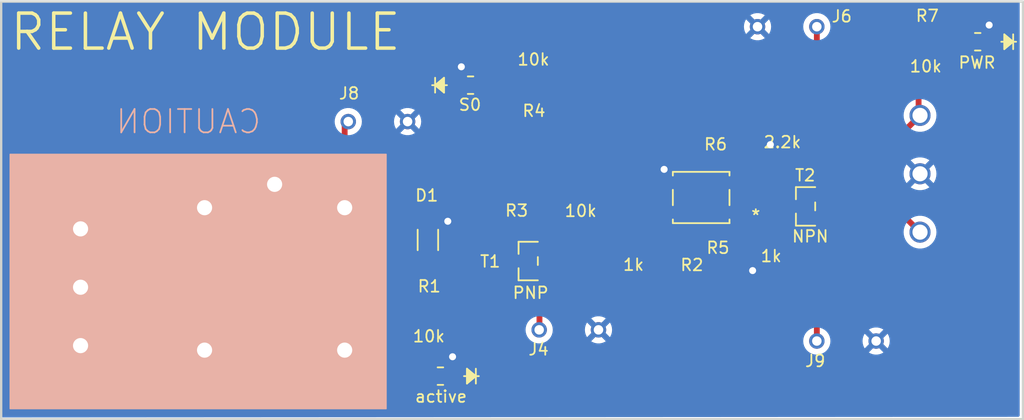
<source format=kicad_pcb>
(kicad_pcb (version 20221018) (generator pcbnew)
  (layers (0 "F.Cu" signal) (31 "B.Cu" signal) (34 "B.Paste" user) (35 "F.Paste" user) (36 "B.SilkS" user "B.Silkscreen") (37 "F.SilkS" user "F.Silkscreen") (38 "B.Mask" user) (39 "F.Mask" user) (44 "Edge.Cuts" user))
  (net 0 "")
  (net 1 "/GND")
  (net 2 "/COM_INLET")
  (net 3 "/N{slash}O_INLET")
  (net 4 "Net-(J8-Pin_1)")
  (net 6 "Net-(Q1-Pad1)")
  (net 7 "Net-(Q1-Pad4)")
  (net 8 "/S0")
  (net 9 "/INLET_VCC")
  (net 10 "/VCC")
  (net 11 "Net-(PWR1-Pad2)")
  (net 12 "Net-(J4-Pin_1)")
  (net 13 "Net-(R4-Pad1)")
  (net 14 "Net-(R1-Pad1)")
  (footprint "pPSI:2 pin header" (layer "F.Cu") (at 70.009352 29.20395)
    (fp_text reference "J9" (at -0.133952 1.70785 unlocked) (layer "F.SilkS"))
    (fp_text value "Conn_01x02" hide)
    (pad "1" thru_hole circle (at 0 0) (size 1.3208 1.3208) (drill 0.8128) (layers "*.Cu" "*.Mask") (net 8 "/S0"))
    (pad "2" thru_hole circle (at 5.08 0) (size 1.3208 1.3208) (drill 0.8128) (layers "*.Cu" "*.Mask") (net 1 "/GND"))
  )
  (footprint "pPSI:5V Relay" (layer "F.Cu") (at 29.56825 17.782649 90)
    (fp_text reference "J1" hide)
    (fp_text value "5V-Relay" hide)
    (fp_circle (center -16.463201 -11.999997) (end -16.082201 -11.999997) (stroke (width 0.1524)) (fill none) (layer "B.SilkS"))
    (fp_line (start -15.828201 -13.873999) (end -15.828201 1.874001) (stroke (width 0.1524)) (layer "F.SilkS"))
    (fp_line (start -15.828201 1.874001) (end 3.628199 1.874001) (stroke (width 0.1524)) (layer "F.SilkS"))
    (fp_line (start 3.628199 -13.873999) (end -15.828201 -13.873999) (stroke (width 0.1524)) (layer "F.SilkS"))
    (fp_line (start 3.628199 1.874001) (end 3.628199 -13.873999) (stroke (width 0.1524)) (layer "F.SilkS"))
    (fp_circle (center -16.463201 -11.999997) (end -16.082201 -11.999997) (stroke (width 0.1524)) (fill none) (layer "F.SilkS"))
    (pad "1" thru_hole circle (at -12.200001 -11.999997 90) (size 1.8034 1.8034) (drill 1.2954) (layers "*.Cu" "*.Mask") (net 3 "/N{slash}O_INLET"))
    (pad "2" thru_hole circle (at -12.200001 -0.000001 90) (size 1.8034 1.8034) (drill 1.2954) (layers "*.Cu" "*.Mask") (clearance 1))
    (pad "3" thru_hole circle (at 0 -11.999997 90) (size 1.8034 1.8034) (drill 1.2954) (layers "*.Cu" "*.Mask") (net 1 "/GND"))
    (pad "4" thru_hole circle (at 0 -0.000001 90) (size 1.8034 1.8034) (drill 1.2954) (layers "*.Cu" "*.Mask") (net 4 "Net-(J8-Pin_1)"))
    (pad "5" thru_hole circle (at 2 -6.000001 90) (size 1.8034 1.8034) (drill 1.2954) (layers "*.Cu" "*.Mask") (net 2 "/COM_INLET"))
  )
  (footprint "pPSI:green LED" (layer "F.Cu") (at 83.79 3.57 180)
    (fp_text reference "PWR" (at 0.06 -1.79 unlocked) (layer "F.SilkS"))
    (fp_text value "green led" hide)
    (fp_line (start -3.0353 -0.635) (end -3.0353 0.635) (stroke (width 0.1524)) (layer "F.SilkS"))
    (fp_line (start -3.0353 0) (end -2.2733 -0.635) (stroke (width 0.1524)) (layer "F.SilkS"))
    (fp_line (start -3.0353 0) (end -2.2733 -0.508) (stroke (width 0.1524)) (layer "F.SilkS"))
    (fp_line (start -3.0353 0) (end -2.2733 -0.381) (stroke (width 0.1524)) (layer "F.SilkS"))
    (fp_line (start -3.0353 0) (end -2.2733 -0.254) (stroke (width 0.1524)) (layer "F.SilkS"))
    (fp_line (start -3.0353 0) (end -2.2733 -0.127) (stroke (width 0.1524)) (layer "F.SilkS"))
    (fp_line (start -3.0353 0) (end -2.2733 0.127) (stroke (width 0.1524)) (layer "F.SilkS"))
    (fp_line (start -3.0353 0) (end -2.2733 0.254) (stroke (width 0.1524)) (layer "F.SilkS"))
    (fp_line (start -3.0353 0) (end -2.2733 0.381) (stroke (width 0.1524)) (layer "F.SilkS"))
    (fp_line (start -3.0353 0) (end -2.2733 0.508) (stroke (width 0.1524)) (layer "F.SilkS"))
    (fp_line (start -3.0353 0) (end -2.2733 0.635) (stroke (width 0.1524)) (layer "F.SilkS"))
    (fp_line (start -2.2733 -0.635) (end -2.2733 0.635) (stroke (width 0.1524)) (layer "F.SilkS"))
    (fp_line (start -2.0193 0) (end -3.2893 0) (stroke (width 0.1524)) (layer "F.SilkS"))
    (fp_line (start -0.23855 0.7493) (end 0.23855 0.7493) (stroke (width 0.1524)) (layer "F.SilkS"))
    (fp_line (start 0.23855 -0.7493) (end -0.23855 -0.7493) (stroke (width 0.1524)) (layer "F.SilkS"))
    (pad "1" smd rect (at -1.0462 0 180) (size 1 1.2446) (layers "F.Cu" "F.Paste" "F.Mask") (net 1 "/GND"))
    (pad "2" smd rect (at 1.0462 0 180) (size 1 1.2446) (layers "F.Cu" "F.Paste" "F.Mask") (net 11 "Net-(PWR1-Pad2)"))
  )
  (footprint "pPSI:PNP Transistor" (layer "F.Cu") (at 45.2882 22.352 90)
    (fp_text reference "T1" (at -0.0381 -3.2512) (layer "F.SilkS"))
    (fp_text value "PNP" (at -2.72385 0.208948 180) (layer "F.SilkS"))
    (fp_line (start -1.651 -0.8255) (end -1.651 0.8255) (stroke (width 0.1524)) (layer "F.SilkS"))
    (fp_line (start -0.61214 -0.8255) (end -1.651 -0.8255) (stroke (width 0.1524)) (layer "F.SilkS"))
    (fp_line (start -0.34036 0.8255) (end 0.34036 0.8255) (stroke (width 0.1524)) (layer "F.SilkS"))
    (fp_line (start 1.651 -0.8255) (end 0.61214 -0.8255) (stroke (width 0.1524)) (layer "F.SilkS"))
    (fp_line (start 1.651 0.8255) (end 1.651 -0.8255) (stroke (width 0.1524)) (layer "F.SilkS"))
    (pad "1" smd rect (at -0.9525 0.9652 90) (size 0.5588 1.4224) (layers "F.Cu" "F.Paste" "F.Mask") (net 12 "Net-(J4-Pin_1)"))
    (pad "2" smd rect (at 0.9525 0.9652 90) (size 0.5588 1.4224) (layers "F.Cu" "F.Paste" "F.Mask") (net 9 "/INLET_VCC"))
    (pad "3" smd rect (at 0 -0.9652 90) (size 0.5588 1.4224) (layers "F.Cu" "F.Paste" "F.Mask") (net 4 "Net-(J8-Pin_1)"))
  )
  (footprint "pPSI:optocoupler" (layer "F.Cu") (at 60.103352 16.91035 180)
    (fp_text reference "Q1" hide)
    (fp_text value "OPTOCOUPLER" hide)
    (fp_text user "*" (at -4.676648 -1.54965) (layer "F.SilkS"))
    (fp_line (start -2.4257 -2.1971) (end -2.4257 -1.88214) (stroke (width 0.1524)) (layer "F.SilkS"))
    (fp_line (start -2.4257 -0.65786) (end -2.4257 0.65786) (stroke (width 0.1524)) (layer "F.SilkS"))
    (fp_line (start -2.4257 1.88214) (end -2.4257 2.1971) (stroke (width 0.1524)) (layer "F.SilkS"))
    (fp_line (start -2.4257 2.1971) (end 2.4257 2.1971) (stroke (width 0.1524)) (layer "F.SilkS"))
    (fp_line (start 2.4257 -2.1971) (end -2.4257 -2.1971) (stroke (width 0.1524)) (layer "F.SilkS"))
    (fp_line (start 2.4257 -1.88214) (end 2.4257 -2.1971) (stroke (width 0.1524)) (layer "F.SilkS"))
    (fp_line (start 2.4257 0.65786) (end 2.4257 -0.65786) (stroke (width 0.1524)) (layer "F.SilkS"))
    (fp_line (start 2.4257 2.1971) (end 2.4257 1.88214) (stroke (width 0.1524)) (layer "F.SilkS"))
    (pad "1" smd rect (at -3.175 -1.27 180) (size 1.5494 0.5588) (layers "F.Cu" "F.Paste" "F.Mask") (net 6 "Net-(Q1-Pad1)"))
    (pad "2" smd rect (at -3.175 1.27 180) (size 1.5494 0.5588) (layers "F.Cu" "F.Paste" "F.Mask") (net 8 "/S0"))
    (pad "3" smd rect (at 3.175 1.27 180) (size 1.5494 0.5588) (layers "F.Cu" "F.Paste" "F.Mask") (net 1 "/GND"))
    (pad "4" smd rect (at 3.175 -1.27 180) (size 1.5494 0.5588) (layers "F.Cu" "F.Paste" "F.Mask") (net 7 "Net-(Q1-Pad4)"))
  )
  (footprint "pPSI:3-pin-terminal-block" (layer "F.Cu") (at 6.947352 19.59595 -90)
    (fp_text reference "J2" (at 13.7228 0.1332 unlocked) (layer "F.SilkS"))
    (fp_text value "~")
    (fp_line (start -2.627 -4.127) (end -2.627 5.127) (stroke (width 0.1524)) (layer "F.SilkS"))
    (fp_line (start -2.627 5.127) (end 12.627001 5.127) (stroke (width 0.1524)) (layer "F.SilkS"))
    (fp_line (start 12.627001 -4.127) (end -2.627 -4.127) (stroke (width 0.1524)) (layer "F.SilkS"))
    (fp_line (start 12.627001 5.127) (end 12.627001 -4.127) (stroke (width 0.1524)) (layer "F.SilkS"))
    (pad "1" thru_hole circle (at 0 0 270) (size 1.8034 1.8034) (drill 1.2954) (layers "*.Cu" "*.Mask") (net 2 "/COM_INLET"))
    (pad "2" thru_hole circle (at 5 0 270) (size 1.8034 1.8034) (drill 1.2954) (layers "*.Cu" "*.Mask") (net 1 "/GND"))
    (pad "3" thru_hole circle (at 10 0 270) (size 1.8034 1.8034) (drill 1.2954) (layers "*.Cu" "*.Mask") (net 3 "/N{slash}O_INLET"))
  )
  (footprint "pPSI:10kohm resistor" (layer "F.Cu") (at 79.347352 3.54595 180)
    (fp_text reference "R7" (at -0.122648 2.19595 180) (layer "F.SilkS"))
    (fp_text value "10k" (at 0.007352 -2.13405) (layer "F.SilkS"))
    (pad "1" smd rect (at -0.7141 0 180) (size 1 2.1082) (layers "F.Cu" "F.Paste" "F.Mask") (net 10 "/VCC"))
    (pad "2" smd rect (at 0.7141 0 180) (size 1 2.1082) (layers "F.Cu" "F.Paste" "F.Mask") (net 11 "Net-(PWR1-Pad2)"))
  )
  (footprint "pPSI:2 pin header" (layer "F.Cu") (at 29.877352 10.40795)
    (fp_text reference "J8" (at 0.07 -2.412 unlocked) (layer "F.SilkS"))
    (fp_text value "Conn_01x02" hide)
    (pad "1" thru_hole circle (at 0 0) (size 1.3208 1.3208) (drill 0.8128) (layers "*.Cu" "*.Mask") (net 4 "Net-(J8-Pin_1)"))
    (pad "2" thru_hole circle (at 5.08 0) (size 1.3208 1.3208) (drill 0.8128) (layers "*.Cu" "*.Mask") (net 1 "/GND"))
  )
  (footprint "pPSI:2.2kohm resisitor" (layer "F.Cu") (at 63.897352 12.34595 180)
    (fp_text reference "R6" (at 2.557352 -0.01405 180) (layer "F.SilkS"))
    (fp_text value "2.2k" (at -3.162648 0.17595 180) (layer "F.SilkS"))
    (pad "1" smd rect (at -0.7158 0 180) (size 1 2.1082) (layers "F.Cu" "F.Paste" "F.Mask") (net 1 "/GND"))
    (pad "2" smd rect (at 0.7158 0 180) (size 1 2.1082) (layers "F.Cu" "F.Paste" "F.Mask") (net 8 "/S0"))
  )
  (footprint "pPSI:10kohm resistor" (layer "F.Cu") (at 46.9138 18.2118 180)
    (fp_text reference "R3" (at 2.6162 0.1778) (layer "F.SilkS"))
    (fp_text value "10k" (at -2.8702 0.1524 180) (layer "F.SilkS"))
    (pad "1" smd rect (at -0.7141 0 180) (size 1 2.1082) (layers "F.Cu" "F.Paste" "F.Mask") (net 7 "Net-(Q1-Pad4)"))
    (pad "2" smd rect (at 0.7289 0 180) (size 1 2.1082) (layers "F.Cu" "F.Paste" "F.Mask") (net 9 "/INLET_VCC"))
  )
  (footprint "pPSI:small signal diode" (layer "F.Cu") (at 36.697352 20.54595 -90)
    (fp_text reference "D1" (at -3.81 0.1016) (layer "F.SilkS"))
    (fp_text value "Small-Signal-Diode" hide)
    (fp_line (start -0.876951 0.8763) (end 0.876951 0.8763) (stroke (width 0.1524)) (layer "F.SilkS"))
    (fp_line (start 0.876951 -0.8763) (end -0.876951 -0.8763) (stroke (width 0.1524)) (layer "F.SilkS"))
    (pad "1" smd rect (at -1.7018 0 270) (size 1.016 1.5494) (layers "F.Cu" "F.Paste" "F.Mask") (net 1 "/GND"))
    (pad "2" smd rect (at 1.7018 0 270) (size 1.016 1.5494) (layers "F.Cu" "F.Paste" "F.Mask") (net 4 "Net-(J8-Pin_1)"))
  )
  (footprint "pPSI:green LED" (layer "F.Cu") (at 40.35 7.29)
    (fp_text reference "S0" (at -0.0492 1.6748 unlocked) (layer "F.SilkS"))
    (fp_text value "green led" hide)
    (fp_line (start -3.0353 -0.635) (end -3.0353 0.635) (stroke (width 0.1524)) (layer "F.SilkS"))
    (fp_line (start -3.0353 0) (end -2.2733 -0.635) (stroke (width 0.1524)) (layer "F.SilkS"))
    (fp_line (start -3.0353 0) (end -2.2733 -0.508) (stroke (width 0.1524)) (layer "F.SilkS"))
    (fp_line (start -3.0353 0) (end -2.2733 -0.381) (stroke (width 0.1524)) (layer "F.SilkS"))
    (fp_line (start -3.0353 0) (end -2.2733 -0.254) (stroke (width 0.1524)) (layer "F.SilkS"))
    (fp_line (start -3.0353 0) (end -2.2733 -0.127) (stroke (width 0.1524)) (layer "F.SilkS"))
    (fp_line (start -3.0353 0) (end -2.2733 0.127) (stroke (width 0.1524)) (layer "F.SilkS"))
    (fp_line (start -3.0353 0) (end -2.2733 0.254) (stroke (width 0.1524)) (layer "F.SilkS"))
    (fp_line (start -3.0353 0) (end -2.2733 0.381) (stroke (width 0.1524)) (layer "F.SilkS"))
    (fp_line (start -3.0353 0) (end -2.2733 0.508) (stroke (width 0.1524)) (layer "F.SilkS"))
    (fp_line (start -3.0353 0) (end -2.2733 0.635) (stroke (width 0.1524)) (layer "F.SilkS"))
    (fp_line (start -2.2733 -0.635) (end -2.2733 0.635) (stroke (width 0.1524)) (layer "F.SilkS"))
    (fp_line (start -2.0193 0) (end -3.2893 0) (stroke (width 0.1524)) (layer "F.SilkS"))
    (fp_line (start -0.23855 0.7493) (end 0.23855 0.7493) (stroke (width 0.1524)) (layer "F.SilkS"))
    (fp_line (start 0.23855 -0.7493) (end -0.23855 -0.7493) (stroke (width 0.1524)) (layer "F.SilkS"))
    (pad "1" smd rect (at -1.0462 0) (size 1 1.2446) (layers "F.Cu" "F.Paste" "F.Mask") (net 1 "/GND"))
    (pad "2" smd rect (at 1.0462 0) (size 1 1.2446) (layers "F.Cu" "F.Paste" "F.Mask") (net 13 "Net-(R4-Pad1)"))
  )
  (footprint "pPSI:1kohm resistor" (layer "F.Cu") (at 63.913352 21.19595)
    (fp_text reference "R5" (at -2.373352 0.02405) (layer "F.SilkS"))
    (fp_text value "1k" (at 2.186648 0.73405) (layer "F.SilkS"))
    (pad "1" smd rect (at -0.6223 0) (size 0.8128 2.1082) (layers "F.Cu" "F.Paste" "F.Mask") (net 6 "Net-(Q1-Pad1)"))
    (pad "2" smd rect (at 0.6223 0) (size 0.8128 2.1082) (layers "F.Cu" "F.Paste" "F.Mask") (net 1 "/GND"))
  )
  (footprint "pPSI:10kohm resistor" (layer "F.Cu") (at 36.7284 26.7208 -90)
    (fp_text reference "R1" (at -2.2008 -0.0816) (layer "F.SilkS"))
    (fp_text value "10k" (at 2.0792 -0.0516 -180) (layer "F.SilkS"))
    (pad "1" smd rect (at -0.7141 0 270) (size 1 2.1082) (layers "F.Cu" "F.Paste" "F.Mask") (net 14 "Net-(R1-Pad1)"))
    (pad "2" smd rect (at 0.7141 0 270) (size 1 2.1082) (layers "F.Cu" "F.Paste" "F.Mask") (net 4 "Net-(J8-Pin_1)"))
  )
  (footprint "pPSI:2 pin header" (layer "F.Cu") (at 46.228 28.2448)
    (fp_text reference "J4" (at -0.0508 1.6764 unlocked) (layer "F.SilkS"))
    (fp_text value "Conn_01x02" hide)
    (pad "1" thru_hole circle (at 0 0) (size 1.3208 1.3208) (drill 0.8128) (layers "*.Cu" "*.Mask") (net 12 "Net-(J4-Pin_1)"))
    (pad "2" thru_hole circle (at 5.08 0) (size 1.3208 1.3208) (drill 0.8128) (layers "*.Cu" "*.Mask") (net 1 "/GND"))
  )
  (footprint "pPSI:1kohm resistor" (layer "F.Cu") (at 56.9214 22.6822 -90)
    (fp_text reference "R2" (at 0.0078 -2.3886) (layer "F.SilkS"))
    (fp_text value "1k" (at -0.0122 2.6114) (layer "F.SilkS"))
    (pad "1" smd rect (at -0.6223 0 270) (size 0.8128 2.1082) (layers "F.Cu" "F.Paste" "F.Mask") (net 7 "Net-(Q1-Pad4)"))
    (pad "2" smd rect (at 0.6223 0 270) (size 0.8128 2.1082) (layers "F.Cu" "F.Paste" "F.Mask") (net 12 "Net-(J4-Pin_1)"))
  )
  (footprint "pPSI:3 pin header" (layer "F.Cu") (at 78.848552 9.87835 -90)
    (fp_text reference "J3" hide)
    (fp_text value "Conn_01x03" hide)
    (pad "1" thru_hole circle (at 0 0 270) (size 1.8034 1.8034) (drill 1.2954) (layers "*.Cu" "*.Mask") (net 10 "/VCC"))
    (pad "2" thru_hole circle (at 5 0 270) (size 1.8034 1.8034) (drill 1.2954) (layers "*.Cu" "*.Mask") (net 1 "/GND"))
    (pad "3" thru_hole circle (at 10 0 270) (size 1.8034 1.8034) (drill 1.2954) (layers "*.Cu" "*.Mask") (net 8 "/S0"))
  )
  (footprint "pPSI:10kohm resistor" (layer "F.Cu") (at 45.6692 7.3152)
    (fp_text reference "R4" (at 0.1108 2.1748) (layer "F.SilkS"))
    (fp_text value "10k" (at 0.0708 -2.2252 180) (layer "F.SilkS"))
    (pad "1" smd rect (at -0.7141 0) (size 1 2.1082) (layers "F.Cu" "F.Paste" "F.Mask") (net 13 "Net-(R4-Pad1)"))
    (pad "2" smd rect (at 0.7141 0) (size 1 2.1082) (layers "F.Cu" "F.Paste" "F.Mask") (net 9 "/INLET_VCC"))
  )
  (footprint "pPSI:2 pin header" (layer "F.Cu") (at 70.009352 2.27995 180)
    (fp_text reference "J6" (at -2.138 0.884 unlocked) (layer "F.SilkS"))
    (fp_text value "Conn_01x02" hide)
    (pad "1" thru_hole circle (at 0 0 180) (size 1.3208 1.3208) (drill 0.8128) (layers "*.Cu" "*.Mask") (net 9 "/INLET_VCC"))
    (pad "2" thru_hole circle (at 5.08 0 180) (size 1.3208 1.3208) (drill 0.8128) (layers "*.Cu" "*.Mask") (net 1 "/GND"))
  )
  (footprint "pPSI:NPN Transistor" (layer "F.Cu") (at 69.044152 17.67235 90)
    (fp_text reference "T2" (at 2.66095 -0.032352) (layer "F.SilkS"))
    (fp_text value "NPN" (at -2.57145 0.399448 180) (layer "F.SilkS"))
    (fp_line (start -1.651 -0.8255) (end -1.651 0.8255) (stroke (width 0.1524)) (layer "F.SilkS"))
    (fp_line (start -0.61214 -0.8255) (end -1.651 -0.8255) (stroke (width 0.1524)) (layer "F.SilkS"))
    (fp_line (start -0.34036 0.8255) (end 0.34036 0.8255) (stroke (width 0.1524)) (layer "F.SilkS"))
    (fp_line (start 1.651 -0.8255) (end 0.61214 -0.8255) (stroke (width 0.1524)) (layer "F.SilkS"))
    (fp_line (start 1.651 0.8255) (end 1.651 -0.8255) (stroke (width 0.1524)) (layer "F.SilkS"))
    (pad "1" smd rect (at -0.9525 0.9652 90) (size 0.5588 1.4224) (layers "F.Cu" "F.Paste" "F.Mask") (net 8 "/S0"))
    (pad "2" smd rect (at 0.9525 0.9652 90) (size 0.5588 1.4224) (layers "F.Cu" "F.Paste" "F.Mask") (net 9 "/INLET_VCC"))
    (pad "3" smd rect (at 0 -0.9652 90) (size 0.5588 1.4224) (layers "F.Cu" "F.Paste" "F.Mask") (net 10 "/VCC"))
  )
  (footprint "pPSI:red LED" (layer "F.Cu") (at 37.77 32.21 180)
    (fp_text reference "active" (at -0.05 -1.75 unlocked) (layer "F.SilkS"))
    (fp_text value "red led" hide)
    (fp_line (start -3.0353 -0.635) (end -3.0353 0.635) (stroke (width 0.1524)) (layer "F.SilkS"))
    (fp_line (start -3.0353 0) (end -2.2733 -0.635) (stroke (width 0.1524)) (layer "F.SilkS"))
    (fp_line (start -3.0353 0) (end -2.2733 -0.508) (stroke (width 0.1524)) (layer "F.SilkS"))
    (fp_line (start -3.0353 0) (end -2.2733 -0.381) (stroke (width 0.1524)) (layer "F.SilkS"))
    (fp_line (start -3.0353 0) (end -2.2733 -0.254) (stroke (width 0.1524)) (layer "F.SilkS"))
    (fp_line (start -3.0353 0) (end -2.2733 -0.127) (stroke (width 0.1524)) (layer "F.SilkS"))
    (fp_line (start -3.0353 0) (end -2.2733 0.127) (stroke (width 0.1524)) (layer "F.SilkS"))
    (fp_line (start -3.0353 0) (end -2.2733 0.254) (stroke (width 0.1524)) (layer "F.SilkS"))
    (fp_line (start -3.0353 0) (end -2.2733 0.381) (stroke (width 0.1524)) (layer "F.SilkS"))
    (fp_line (start -3.0353 0) (end -2.2733 0.508) (stroke (width 0.1524)) (layer "F.SilkS"))
    (fp_line (start -3.0353 0) (end -2.2733 0.635) (stroke (width 0.1524)) (layer "F.SilkS"))
    (fp_line (start -2.2733 -0.635) (end -2.2733 0.635) (stroke (width 0.1524)) (layer "F.SilkS"))
    (fp_line (start -2.0193 0) (end -3.2893 0) (stroke (width 0.1524)) (layer "F.SilkS"))
    (fp_line (start -0.23855 0.7493) (end 0.23855 0.7493) (stroke (width 0.1524)) (layer "F.SilkS"))
    (fp_line (start 0.23855 -0.7493) (end -0.23855 -0.7493) (stroke (width 0.1524)) (layer "F.SilkS"))
    (pad "1" smd rect (at -1.0462 0 180) (size 1 1.2446) (layers "F.Cu" "F.Paste" "F.Mask") (net 1 "/GND"))
    (pad "2" smd rect (at 1.0462 0 180) (size 1 1.2446) (layers "F.Cu" "F.Paste" "F.Mask") (net 14 "Net-(R1-Pad1)"))
  )
  (gr_rect (start 0.9144 13.208) (end 33.1216 35.0012) (stroke (width 0.1)) (fill solid) (layer "B.SilkS"))
  (gr_line (start 28.3972 31.6992) (end 23.3172 25.1968) (stroke (width 0.5)) (layer "F.SilkS"))
  (gr_line (start 23.3172 25.1968) (end 23.3172 18.6436) (stroke (width 0.5)) (layer "F.SilkS"))
  (gr_rect (start 0.147352 0.13195) (end 87.662552 35.89595) (stroke (width 0.2)) (fill none) (layer "Edge.Cuts"))
  (gr_text "CAUTION" (at 9.8552 11.5824) (layer "B.SilkS") (effects (font (size 2 2)) (justify right bottom mirror)))
  (gr_text "RELAY MODULE" (at 0.7366 4.4958) (layer "F.SilkS") (effects (font (size 3 3) (thickness 0.3) bold) (justify left bottom)))
  (gr_text "COM" (at 4.629752 16.45315) (layer "F.SilkS") (effects (font (size 1.5 1.5) (thickness 0.1875)) (justify left bottom)))
  (segment (start 64.535652 23.144348) (end 64.51 23.17) (width 0.25) (layer "F.Cu") (net 1))
  (segment (start 39.5753 5.7293) (end 39.5608 5.7148) (width 0.25) (layer "F.Cu") (net 1))
  (segment (start 56.928352 14.501648) (end 56.93 14.5) (width 0.25) (layer "F.Cu") (net 1))
  (segment (start 36.799152 18.94595) (end 36.697352 18.84415) (width 0.25) (layer "F.Cu") (net 1))
  (segment (start 84.8362 3.57) (end 84.8362 2.2062) (width 0.5) (layer "F.Cu") (net 1))
  (segment (start 65.99595 12.34595) (end 66.03 12.38) (width 0.5) (layer "F.Cu") (net 1))
  (segment (start 84.8362 2.2062) (end 84.77 2.14) (width 0.5) (layer "F.Cu") (net 1))
  (segment (start 38.8162 32.21) (end 38.8162 30.5562) (width 0.5) (layer "F.Cu") (net 1))
  (segment (start 64.613152 12.34595) (end 65.99595 12.34595) (width 0.5) (layer "F.Cu") (net 1))
  (segment (start 56.928352 15.64035) (end 56.928352 14.501648) (width 0.5) (layer "F.Cu") (net 1))
  (segment (start 39.5753 7.29) (end 39.5753 5.7293) (width 0.5) (layer "F.Cu") (net 1))
  (segment (start 38.8162 30.5562) (end 38.81 30.55) (width 0.25) (layer "F.Cu") (net 1))
  (segment (start 64.535652 21.19595) (end 64.535652 23.144348) (width 0.5) (layer "F.Cu") (net 1))
  (segment (start 38.4 18.94595) (end 36.799152 18.94595) (width 0.5) (layer "F.Cu") (net 1))
  (via blind (at 38.4 18.94595) (size 0.8) (drill 0.6) (layers "F.Cu" "B.Cu") (net 1))
  (via blind (at 84.77 2.14) (size 0.8) (drill 0.6) (layers "F.Cu" "B.Cu") (net 1))
  (via blind (at 38.81 30.55) (size 0.8) (drill 0.6) (layers "F.Cu" "B.Cu") (net 1))
  (via blind (at 64.51 23.17) (size 0.8) (drill 0.6) (layers "F.Cu" "B.Cu") (net 1))
  (via blind (at 56.93 14.5) (size 0.8) (drill 0.6) (layers "F.Cu" "B.Cu") (net 1))
  (via blind (at 66.03 12.38) (size 0.8) (drill 0.6) (layers "F.Cu" "B.Cu") (net 1))
  (via blind (at 39.5608 5.7148) (size 0.8) (drill 0.6) (layers "F.Cu" "B.Cu") (net 1))
  (segment (start 10.268552 22.90475) (end 20.377752 22.90475) (width 2.5) (layer "F.Cu") (net 2))
  (segment (start 23.568249 19.714253) (end 23.568249 15.782649) (width 2.5) (layer "F.Cu") (net 2))
  (segment (start 20.377752 22.90475) (end 23.568249 19.714253) (width 2.5) (layer "F.Cu") (net 2))
  (segment (start 7.068152 19.70435) (end 10.268552 22.90475) (width 2.5) (layer "F.Cu") (net 2))
  (segment (start 7.068152 29.70435) (end 17.289953 29.70435) (width 2.5) (layer "F.Cu") (net 3))
  (segment (start 17.289953 29.70435) (end 17.568253 29.98265) (width 2.5) (layer "F.Cu") (net 3))
  (segment (start 34.03335 22.24775) (end 29.568249 17.782649) (width 0.5) (layer "F.Cu") (net 4))
  (segment (start 36.7284 27.3431) (end 36.7284 31.7373) (width 0.5) (layer "F.Cu") (net 4))
  (segment (start 36.697352 22.24775) (end 36.697352 26.067452) (width 0.5) (layer "F.Cu") (net 4))
  (segment (start 44.21875 22.24775) (end 44.323 22.352) (width 0.5) (layer "F.Cu") (net 4))
  (segment (start 29.568249 10.717053) (end 29.877352 10.40795) (width 0.5) (layer "F.Cu") (net 4))
  (segment (start 36.697352 22.24775) (end 34.03335 22.24775) (width 0.5) (layer "F.Cu") (net 4))
  (segment (start 29.568249 17.782649) (end 29.568249 10.717053) (width 0.5) (layer "F.Cu") (net 4))
  (segment (start 36.7284 31.7373) (end 36.7411 31.75) (width 0.25) (layer "F.Cu") (net 4))
  (segment (start 36.697352 22.24775) (end 44.21875 22.24775) (width 0.5) (layer "F.Cu") (net 4))
  (segment (start 36.697352 26.067452) (end 36.7284 26.0985) (width 0.5) (layer "F.Cu") (net 4))
  (segment (start 63.278352 18.18035) (end 63.278352 21.18325) (width 0.5) (layer "F.Cu") (net 6))
  (segment (start 63.278352 21.18325) (end 63.291052 21.19595) (width 0.25) (layer "F.Cu") (net 6))
  (segment (start 56.928352 18.18035) (end 56.928352 22.052948) (width 0.5) (layer "F.Cu") (net 7))
  (segment (start 50.038 18.2118) (end 47.5361 18.2118) (width 0.5) (layer "F.Cu") (net 7))
  (segment (start 49.90435 18.18035) (end 56.928352 18.18035) (width 0.5) (layer "F.Cu") (net 7))
  (segment (start 49.8983 18.1864) (end 49.90435 18.18035) (width 0.5) (layer "F.Cu") (net 7))
  (segment (start 50.0634 18.1864) (end 50.038 18.2118) (width 0.5) (layer "F.Cu") (net 7))
  (segment (start 50.0634 18.1864) (end 49.8983 18.1864) (width 0.5) (layer "F.Cu") (net 7))
  (segment (start 56.928352 22.052948) (end 56.9214 22.0599) (width 0.5) (layer "F.Cu") (net 7))
  (segment (start 63.278352 16.17375) (end 67.342352 20.23775) (width 0.5) (layer "F.Cu") (net 8))
  (segment (start 69.196552 20.23775) (end 70.009352 19.42495) (width 0.5) (layer "F.Cu") (net 8))
  (segment (start 67.342352 20.23775) (end 69.196552 20.23775) (width 0.5) (layer "F.Cu") (net 8))
  (segment (start 70.009352 19.42495) (end 70.009352 18.62485) (width 0.5) (layer "F.Cu") (net 8))
  (segment (start 63.278352 12.34925) (end 63.275052 12.34595) (width 0.5) (layer "F.Cu") (net 8))
  (segment (start 70.009352 18.62485) (end 70.009352 29.20395) (width 0.5) (layer "F.Cu") (net 8))
  (segment (start 63.278352 15.64035) (end 63.278352 12.34925) (width 0.5) (layer "F.Cu") (net 8))
  (segment (start 63.278352 15.64035) (end 63.278352 16.17375) (width 0.5) (layer "F.Cu") (net 8))
  (segment (start 70.009352 18.62485) (end 77.645852 18.62485) (width 0.5) (layer "F.Cu") (net 8))
  (segment (start 77.645852 18.67565) (end 78.848552 19.87835) (width 0.5) (layer "F.Cu") (net 8))
  (segment (start 77.645852 18.62485) (end 77.645852 18.67565) (width 0.5) (layer "F.Cu") (net 8))
  (segment (start 48.800402 7.3152) (end 46.2915 7.3152) (width 0.5) (layer "F.Cu") (net 9))
  (segment (start 46.2915 21.3614) (end 46.2534 21.3995) (width 0.5) (layer "F.Cu") (net 9))
  (segment (start 46.2915 7.3152) (end 46.2915 18.2118) (width 0.5) (layer "F.Cu") (net 9))
  (segment (start 52.076452 7.29595) (end 48.819652 7.29595) (width 0.5) (layer "F.Cu") (net 9))
  (segment (start 65.107152 7.30915) (end 52.089652 7.30915) (width 0.5) (layer "F.Cu") (net 9))
  (segment (start 46.2915 18.2118) (end 46.2915 21.3614) (width 0.5) (layer "F.Cu") (net 9))
  (segment (start 48.819652 7.29595) (end 48.800402 7.3152) (width 0.5) (layer "F.Cu") (net 9))
  (segment (start 70.009352 12.21135) (end 70.009352 2.27995) (width 0.5) (layer "F.Cu") (net 9))
  (segment (start 52.089652 7.30915) (end 52.076452 7.29595) (width 0.5) (layer "F.Cu") (net 9))
  (segment (start 70.009352 16.71985) (end 70.009352 12.21135) (width 0.5) (layer "F.Cu") (net 9))
  (segment (start 70.009352 12.21135) (end 65.107152 7.30915) (width 0.5) (layer "F.Cu") (net 9))
  (segment (start 79.969652 3.54595) (end 82.472652 3.54595) (width 0.5) (layer "F.Cu") (net 10))
  (segment (start 68.078952 17.67235) (end 71.054552 17.67235) (width 0.5) (layer "F.Cu") (net 10))
  (segment (start 78.725052 9.75485) (end 78.848552 9.87835) (width 0.5) (layer "F.Cu") (net 10))
  (segment (start 78.725052 3.54595) (end 78.725052 9.75485) (width 0.5) (layer "F.Cu") (net 10))
  (segment (start 82.472652 3.54595) (end 82.572652 3.64595) (width 0.25) (layer "F.Cu") (net 10))
  (segment (start 71.054552 17.67235) (end 78.848552 9.87835) (width 0.5) (layer "F.Cu") (net 10))
  (segment (start 78.848552 3.66945) (end 78.725052 3.54595) (width 0.5) (layer "F.Cu") (net 10))
  (segment (start 46.2534 28.2194) (end 46.228 28.2448) (width 0.5) (layer "F.Cu") (net 12))
  (segment (start 46.2534 23.3045) (end 56.9214 23.3045) (width 0.5) (layer "F.Cu") (net 12))
  (segment (start 46.2534 23.3045) (end 46.2534 28.2194) (width 0.5) (layer "F.Cu") (net 12))
  (segment (start 41.1747 7.34) (end 41.1247 7.29) (width 0.25) (layer "F.Cu") (net 13))
  (segment (start 43.1687 7.29) (end 41.1247 7.29) (width 0.5) (layer "F.Cu") (net 13))
  (segment (start 45.0469 7.3152) (end 43.1939 7.3152) (width 0.5) (layer "F.Cu") (net 13))
  (segment (start 43.1939 7.3152) (end 43.1687 7.29) (width 0.5) (layer "F.Cu") (net 13))
  (zone (net 1) (net_name "/GND") (layer "B.Cu") (connect_pads (clearance 0.5)) (min_thickness 0.25) (fill yes (thermal_gap 0.5) (thermal_bridge_width 0.5))
    (polygon (pts (xy 87.382952 35.69675) (xy 87.382952 -0.00605) (xy 0.057752 0.04475) (xy 0.057752 35.74755)))
  )
)
</source>
